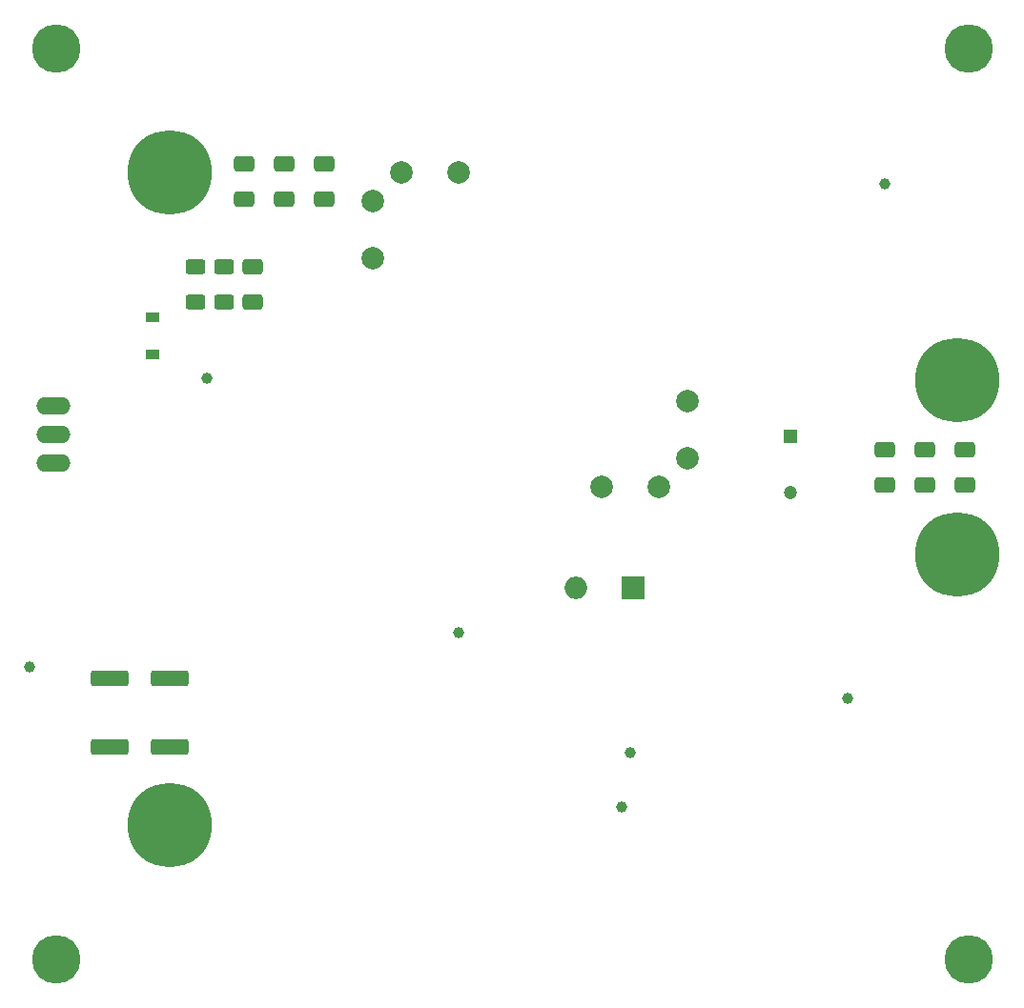
<source format=gts>
G04 #@! TF.GenerationSoftware,KiCad,Pcbnew,(6.0.11)*
G04 #@! TF.CreationDate,2023-06-15T16:04:14+03:00*
G04 #@! TF.ProjectId,flyback_48V_48W,666c7962-6163-46b5-9f34-38565f343857,rev?*
G04 #@! TF.SameCoordinates,Original*
G04 #@! TF.FileFunction,Soldermask,Top*
G04 #@! TF.FilePolarity,Negative*
%FSLAX46Y46*%
G04 Gerber Fmt 4.6, Leading zero omitted, Abs format (unit mm)*
G04 Created by KiCad (PCBNEW (6.0.11)) date 2023-06-15 16:04:14*
%MOMM*%
%LPD*%
G01*
G04 APERTURE LIST*
G04 Aperture macros list*
%AMRoundRect*
0 Rectangle with rounded corners*
0 $1 Rounding radius*
0 $2 $3 $4 $5 $6 $7 $8 $9 X,Y pos of 4 corners*
0 Add a 4 corners polygon primitive as box body*
4,1,4,$2,$3,$4,$5,$6,$7,$8,$9,$2,$3,0*
0 Add four circle primitives for the rounded corners*
1,1,$1+$1,$2,$3*
1,1,$1+$1,$4,$5*
1,1,$1+$1,$6,$7*
1,1,$1+$1,$8,$9*
0 Add four rect primitives between the rounded corners*
20,1,$1+$1,$2,$3,$4,$5,0*
20,1,$1+$1,$4,$5,$6,$7,0*
20,1,$1+$1,$6,$7,$8,$9,0*
20,1,$1+$1,$8,$9,$2,$3,0*%
G04 Aperture macros list end*
%ADD10R,2.000000X2.000000*%
%ADD11O,2.000000X2.000000*%
%ADD12C,7.500000*%
%ADD13C,4.700000*%
%ADD14O,3.048000X1.524000*%
%ADD15C,4.300000*%
%ADD16RoundRect,0.250000X-0.625000X0.400000X-0.625000X-0.400000X0.625000X-0.400000X0.625000X0.400000X0*%
%ADD17RoundRect,0.249999X-1.425001X0.450001X-1.425001X-0.450001X1.425001X-0.450001X1.425001X0.450001X0*%
%ADD18R,1.200000X1.200000*%
%ADD19C,1.200000*%
%ADD20R,1.200000X0.900000*%
%ADD21RoundRect,0.250000X-0.650000X0.412500X-0.650000X-0.412500X0.650000X-0.412500X0.650000X0.412500X0*%
%ADD22C,2.000000*%
%ADD23C,1.000000*%
G04 APERTURE END LIST*
D10*
X157226000Y-72930000D03*
D11*
X152146000Y-72930000D03*
D12*
X116000000Y-94000000D03*
D13*
X116000000Y-94000000D03*
D14*
X105725000Y-59300000D03*
X105725000Y-56760000D03*
X105725000Y-61840000D03*
D15*
X187000000Y-106000000D03*
D16*
X120904000Y-44424000D03*
X120904000Y-47524000D03*
D12*
X186000000Y-54500000D03*
D13*
X186000000Y-54500000D03*
D17*
X116078000Y-81024000D03*
X116078000Y-87124000D03*
D16*
X118364000Y-44424000D03*
X118364000Y-47524000D03*
D15*
X187000000Y-25000000D03*
D18*
X171196000Y-59476000D03*
D19*
X171196000Y-64476000D03*
D20*
X114554000Y-48896000D03*
X114554000Y-52196000D03*
D21*
X123444000Y-44411500D03*
X123444000Y-47536500D03*
D15*
X106000000Y-106000000D03*
X106000000Y-25000000D03*
D22*
X136652000Y-36068000D03*
X141732000Y-36068000D03*
X134112000Y-43688000D03*
X134112000Y-38608000D03*
X154432000Y-64008000D03*
X159512000Y-64008000D03*
X162052000Y-56388000D03*
X162052000Y-61468000D03*
D21*
X126238000Y-35267500D03*
X126238000Y-38392500D03*
X186690000Y-60667500D03*
X186690000Y-63792500D03*
X179578000Y-60667500D03*
X179578000Y-63792500D03*
D13*
X186000000Y-70000000D03*
D12*
X186000000Y-70000000D03*
D23*
X103632000Y-80010000D03*
D21*
X183134000Y-60667500D03*
X183134000Y-63792500D03*
D17*
X110744000Y-81024000D03*
X110744000Y-87124000D03*
D23*
X179578000Y-37084000D03*
X119380000Y-54356000D03*
D13*
X116000000Y-36000000D03*
D12*
X116000000Y-36000000D03*
D21*
X122682000Y-35267500D03*
X122682000Y-38392500D03*
X129794000Y-35267500D03*
X129794000Y-38392500D03*
D23*
X156972000Y-87630000D03*
X141732000Y-76962000D03*
X176276000Y-82804000D03*
X156210000Y-92456000D03*
M02*

</source>
